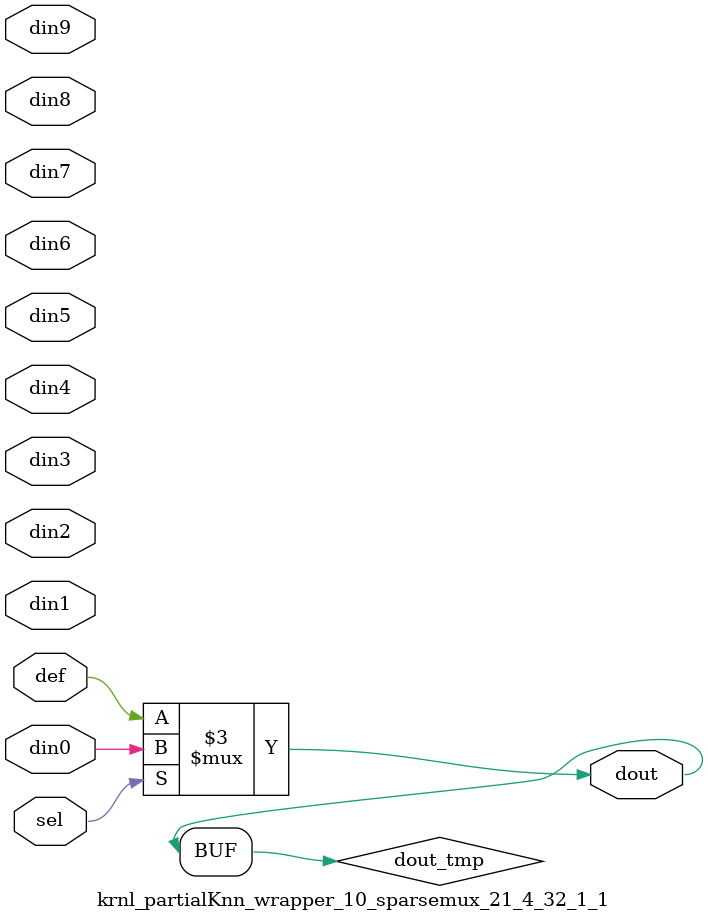
<source format=v>
`timescale 1ns / 1ps

module krnl_partialKnn_wrapper_10_sparsemux_21_4_32_1_1 (din0,din1,din2,din3,din4,din5,din6,din7,din8,din9,def,sel,dout);

parameter din0_WIDTH = 1;

parameter din1_WIDTH = 1;

parameter din2_WIDTH = 1;

parameter din3_WIDTH = 1;

parameter din4_WIDTH = 1;

parameter din5_WIDTH = 1;

parameter din6_WIDTH = 1;

parameter din7_WIDTH = 1;

parameter din8_WIDTH = 1;

parameter din9_WIDTH = 1;

parameter def_WIDTH = 1;
parameter sel_WIDTH = 1;
parameter dout_WIDTH = 1;

parameter [sel_WIDTH-1:0] CASE0 = 1;

parameter [sel_WIDTH-1:0] CASE1 = 1;

parameter [sel_WIDTH-1:0] CASE2 = 1;

parameter [sel_WIDTH-1:0] CASE3 = 1;

parameter [sel_WIDTH-1:0] CASE4 = 1;

parameter [sel_WIDTH-1:0] CASE5 = 1;

parameter [sel_WIDTH-1:0] CASE6 = 1;

parameter [sel_WIDTH-1:0] CASE7 = 1;

parameter [sel_WIDTH-1:0] CASE8 = 1;

parameter [sel_WIDTH-1:0] CASE9 = 1;

parameter ID = 1;
parameter NUM_STAGE = 1;



input [din0_WIDTH-1:0] din0;

input [din1_WIDTH-1:0] din1;

input [din2_WIDTH-1:0] din2;

input [din3_WIDTH-1:0] din3;

input [din4_WIDTH-1:0] din4;

input [din5_WIDTH-1:0] din5;

input [din6_WIDTH-1:0] din6;

input [din7_WIDTH-1:0] din7;

input [din8_WIDTH-1:0] din8;

input [din9_WIDTH-1:0] din9;

input [def_WIDTH-1:0] def;
input [sel_WIDTH-1:0] sel;

output [dout_WIDTH-1:0] dout;



reg [dout_WIDTH-1:0] dout_tmp;

always @ (*) begin
case (sel)
    
    CASE0 : dout_tmp = din0;
    
    CASE1 : dout_tmp = din1;
    
    CASE2 : dout_tmp = din2;
    
    CASE3 : dout_tmp = din3;
    
    CASE4 : dout_tmp = din4;
    
    CASE5 : dout_tmp = din5;
    
    CASE6 : dout_tmp = din6;
    
    CASE7 : dout_tmp = din7;
    
    CASE8 : dout_tmp = din8;
    
    CASE9 : dout_tmp = din9;
    
    default : dout_tmp = def;
endcase
end


assign dout = dout_tmp;



endmodule

</source>
